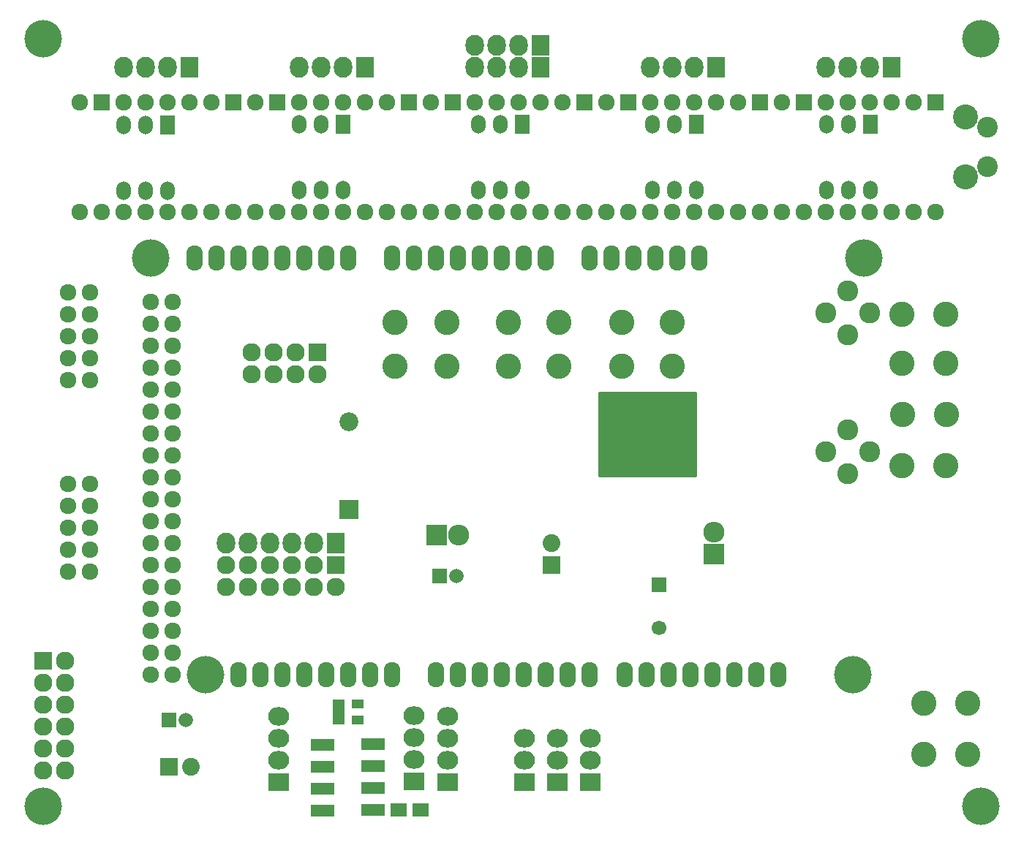
<source format=gbr>
G04 #@! TF.FileFunction,Soldermask,Bot*
%FSLAX46Y46*%
G04 Gerber Fmt 4.6, Leading zero omitted, Abs format (unit mm)*
G04 Created by KiCad (PCBNEW 4.0.2-stable) date 4/3/2017 9:44:54 PM*
%MOMM*%
G01*
G04 APERTURE LIST*
%ADD10C,0.100000*%
%ADD11O,1.924000X2.940000*%
%ADD12C,4.337000*%
%ADD13C,1.924000*%
%ADD14R,1.924000X1.924000*%
%ADD15R,2.686000X1.416000*%
%ADD16C,2.940000*%
%ADD17R,2.432000X2.127200*%
%ADD18O,2.432000X2.127200*%
%ADD19R,2.127200X2.432000*%
%ADD20O,2.127200X2.432000*%
%ADD21C,2.400000*%
%ADD22C,2.900000*%
%ADD23R,2.127200X2.127200*%
%ADD24O,2.127200X2.127200*%
%ADD25C,2.432000*%
%ADD26O,1.670000X2.178000*%
%ADD27R,1.670000X2.178000*%
%ADD28R,1.700000X1.700000*%
%ADD29C,1.700000*%
%ADD30C,2.178000*%
%ADD31R,2.178000X2.178000*%
%ADD32R,2.432000X2.432000*%
%ADD33O,2.432000X2.432000*%
%ADD34R,2.051000X2.051000*%
%ADD35C,2.051000*%
%ADD36R,1.670000X1.797000*%
%ADD37C,1.670000*%
%ADD38R,1.900000X1.650000*%
%ADD39R,1.460000X1.050000*%
%ADD40C,0.254000*%
G04 APERTURE END LIST*
D10*
D11*
X148082000Y-124460000D03*
X145542000Y-124460000D03*
X143002000Y-124460000D03*
X140462000Y-124460000D03*
X137922000Y-124460000D03*
X135382000Y-124460000D03*
X132842000Y-124460000D03*
X130302000Y-124460000D03*
X125222000Y-76200000D03*
X127762000Y-76200000D03*
X130302000Y-76200000D03*
X132842000Y-76200000D03*
X143002000Y-76200000D03*
X148082000Y-76200000D03*
X150622000Y-76200000D03*
X140462000Y-76200000D03*
X137922000Y-76200000D03*
X135382000Y-76200000D03*
X153162000Y-76200000D03*
X155702000Y-76200000D03*
X158242000Y-76200000D03*
X165862000Y-76200000D03*
X163322000Y-76200000D03*
X160782000Y-76200000D03*
X170942000Y-76200000D03*
X173482000Y-76200000D03*
X176022000Y-76200000D03*
X181102000Y-76200000D03*
X183642000Y-76200000D03*
X153162000Y-124460000D03*
X155702000Y-124460000D03*
X158242000Y-124460000D03*
X160782000Y-124460000D03*
X163322000Y-124460000D03*
X165862000Y-124460000D03*
X168402000Y-124460000D03*
X170942000Y-124460000D03*
X175006000Y-124460000D03*
X177546000Y-124460000D03*
X180086000Y-124460000D03*
X182626000Y-124460000D03*
X185166000Y-124460000D03*
X187706000Y-124460000D03*
X190246000Y-124460000D03*
X192786000Y-124460000D03*
X178562000Y-76200000D03*
D12*
X120142000Y-76200000D03*
X126492000Y-124460000D03*
X201422000Y-124460000D03*
X202692000Y-76200000D03*
D13*
X122682000Y-121920000D03*
X120142000Y-121920000D03*
X122682000Y-119380000D03*
X120142000Y-119380000D03*
X122682000Y-116840000D03*
X120142000Y-116840000D03*
X122682000Y-114300000D03*
X120142000Y-114300000D03*
X122682000Y-124460000D03*
X120142000Y-124460000D03*
X120142000Y-111760000D03*
X122682000Y-111760000D03*
X122682000Y-109220000D03*
X120142000Y-109220000D03*
X122682000Y-106680000D03*
X120142000Y-106680000D03*
X122682000Y-104140000D03*
X120142000Y-104140000D03*
X122682000Y-101600000D03*
X120142000Y-101600000D03*
X122682000Y-99060000D03*
X120142000Y-99060000D03*
X122682000Y-96520000D03*
X120142000Y-96520000D03*
X122682000Y-93980000D03*
X120142000Y-93980000D03*
X122682000Y-91440000D03*
X120142000Y-91440000D03*
X122682000Y-88900000D03*
X120142000Y-88900000D03*
X122682000Y-86360000D03*
X120142000Y-86360000D03*
X122682000Y-83820000D03*
X120142000Y-83820000D03*
X122682000Y-81280000D03*
X120142000Y-81280000D03*
D14*
X150050500Y-58166000D03*
D13*
X147510500Y-58166000D03*
X144970500Y-58166000D03*
X142430500Y-58166000D03*
X139890500Y-58166000D03*
X137350500Y-58166000D03*
D14*
X134810500Y-58166000D03*
D13*
X132270500Y-58166000D03*
X132270500Y-70866000D03*
X134810500Y-70866000D03*
X137350500Y-70866000D03*
X139890500Y-70866000D03*
X142430500Y-70866000D03*
X144970500Y-70866000D03*
X147510500Y-70866000D03*
X150050500Y-70866000D03*
D15*
X145846800Y-132537200D03*
X140030200Y-132562600D03*
X145846800Y-135077200D03*
X140030200Y-135102600D03*
X145846800Y-137617200D03*
X140030200Y-137642600D03*
X145846800Y-140157200D03*
X140030200Y-140182600D03*
D16*
X174671091Y-83705444D03*
X174671091Y-88785444D03*
D14*
X170370500Y-58166000D03*
D13*
X167830500Y-58166000D03*
X165290500Y-58166000D03*
X162750500Y-58166000D03*
X160210500Y-58166000D03*
X157670500Y-58166000D03*
D14*
X155130500Y-58166000D03*
D13*
X152590500Y-58166000D03*
X152590500Y-70866000D03*
X155130500Y-70866000D03*
X157670500Y-70866000D03*
X160210500Y-70866000D03*
X162750500Y-70866000D03*
X165290500Y-70866000D03*
X167830500Y-70866000D03*
X170370500Y-70866000D03*
D14*
X211010500Y-58166000D03*
D13*
X208470500Y-58166000D03*
X205930500Y-58166000D03*
X203390500Y-58166000D03*
X200850500Y-58166000D03*
X198310500Y-58166000D03*
D14*
X195770500Y-58166000D03*
D13*
X193230500Y-58166000D03*
X193230500Y-70866000D03*
X195770500Y-70866000D03*
X198310500Y-70866000D03*
X200850500Y-70866000D03*
X203390500Y-70866000D03*
X205930500Y-70866000D03*
X208470500Y-70866000D03*
X211010500Y-70866000D03*
D16*
X207060800Y-82753200D03*
X212140800Y-82753200D03*
X207086200Y-88417400D03*
X212166200Y-88417400D03*
X207162400Y-94310200D03*
X212242400Y-94310200D03*
D14*
X129730500Y-58166000D03*
D13*
X127190500Y-58166000D03*
X124650500Y-58166000D03*
X122110500Y-58166000D03*
X119570500Y-58166000D03*
X117030500Y-58166000D03*
D14*
X114490500Y-58166000D03*
D13*
X111950500Y-58166000D03*
X111950500Y-70866000D03*
X114490500Y-70866000D03*
X117030500Y-70866000D03*
X119570500Y-70866000D03*
X122110500Y-70866000D03*
X124650500Y-70866000D03*
X127190500Y-70866000D03*
X129730500Y-70866000D03*
D16*
X180513090Y-83705444D03*
X180513090Y-88785444D03*
D14*
X190690500Y-58166000D03*
D13*
X188150500Y-58166000D03*
X185610500Y-58166000D03*
X183070500Y-58166000D03*
X180530500Y-58166000D03*
X177990500Y-58166000D03*
D14*
X175450500Y-58166000D03*
D13*
X172910500Y-58166000D03*
X172910500Y-70866000D03*
X175450500Y-70866000D03*
X177990500Y-70866000D03*
X180530500Y-70866000D03*
X183070500Y-70866000D03*
X185610500Y-70866000D03*
X188150500Y-70866000D03*
X190690500Y-70866000D03*
D16*
X207137000Y-100253800D03*
X212217000Y-100253800D03*
D17*
X135001000Y-136906000D03*
D18*
X135001000Y-134366000D03*
X135001000Y-131826000D03*
X135001000Y-129286000D03*
D19*
X205930500Y-54102000D03*
D20*
X203390500Y-54102000D03*
X200850500Y-54102000D03*
X198310500Y-54102000D03*
D19*
X185610500Y-54102000D03*
D20*
X183070500Y-54102000D03*
X180530500Y-54102000D03*
X177990500Y-54102000D03*
D19*
X165303200Y-51562000D03*
D20*
X162763200Y-51562000D03*
X160223200Y-51562000D03*
X157683200Y-51562000D03*
D19*
X165303200Y-54102000D03*
D20*
X162763200Y-54102000D03*
X160223200Y-54102000D03*
X157683200Y-54102000D03*
D19*
X144970500Y-54102000D03*
D20*
X142430500Y-54102000D03*
X139890500Y-54102000D03*
X137350500Y-54102000D03*
D19*
X124650500Y-54102000D03*
D20*
X122110500Y-54102000D03*
X119570500Y-54102000D03*
X117030500Y-54102000D03*
D16*
X167386000Y-88773000D03*
X167386000Y-83693000D03*
X161544000Y-88773000D03*
X161544000Y-83693000D03*
D21*
X216969600Y-65593600D03*
X216969600Y-61093600D03*
D22*
X214469600Y-66843600D03*
X214469600Y-59843600D03*
D16*
X154432000Y-83693000D03*
X154432000Y-88773000D03*
X148463000Y-88773000D03*
X148463000Y-83693000D03*
D23*
X139446000Y-87096600D03*
D24*
X139446000Y-89636600D03*
X136906000Y-87096600D03*
X136906000Y-89636600D03*
X134366000Y-87096600D03*
X134366000Y-89636600D03*
X131826000Y-87096600D03*
X131826000Y-89636600D03*
D23*
X141605000Y-111760000D03*
D24*
X141605000Y-114300000D03*
X139065000Y-111760000D03*
X139065000Y-114300000D03*
X136525000Y-111760000D03*
X136525000Y-114300000D03*
X133985000Y-111760000D03*
X133985000Y-114300000D03*
X131445000Y-111760000D03*
X131445000Y-114300000D03*
X128905000Y-111760000D03*
X128905000Y-114300000D03*
D19*
X141605000Y-109220000D03*
D20*
X139065000Y-109220000D03*
X136525000Y-109220000D03*
X133985000Y-109220000D03*
X131445000Y-109220000D03*
X128905000Y-109220000D03*
D17*
X163449000Y-136906000D03*
D18*
X163449000Y-134366000D03*
X163449000Y-131826000D03*
D17*
X167259000Y-136906000D03*
D18*
X167259000Y-134366000D03*
X167259000Y-131826000D03*
D17*
X171069000Y-136906000D03*
D18*
X171069000Y-134366000D03*
X171069000Y-131826000D03*
D17*
X154559000Y-136906000D03*
D18*
X154559000Y-134366000D03*
X154559000Y-131826000D03*
X154559000Y-129286000D03*
D17*
X150622000Y-136842500D03*
D18*
X150622000Y-134302500D03*
X150622000Y-131762500D03*
X150622000Y-129222500D03*
D16*
X209677000Y-133680200D03*
X214757000Y-133680200D03*
X209677000Y-127812800D03*
X214757000Y-127812800D03*
D25*
X203352400Y-98679000D03*
X198272400Y-98679000D03*
X200812400Y-96139000D03*
X200812400Y-101219000D03*
X203352400Y-82575400D03*
X198272400Y-82575400D03*
X200812400Y-80035400D03*
X200812400Y-85115400D03*
D26*
X203479400Y-68351400D03*
D27*
X203479400Y-60731400D03*
D26*
X200939400Y-68351400D03*
X200939400Y-60731400D03*
X198399400Y-68351400D03*
X198399400Y-60731400D03*
X183286400Y-68376800D03*
D27*
X183286400Y-60756800D03*
D26*
X180746400Y-68376800D03*
X180746400Y-60756800D03*
X178206400Y-68376800D03*
X178206400Y-60756800D03*
X163195000Y-68326000D03*
D27*
X163195000Y-60706000D03*
D26*
X160655000Y-68326000D03*
X160655000Y-60706000D03*
X158115000Y-68326000D03*
X158115000Y-60706000D03*
X142392400Y-68376800D03*
D27*
X142392400Y-60756800D03*
D26*
X139852400Y-68376800D03*
X139852400Y-60756800D03*
X137312400Y-68376800D03*
X137312400Y-60756800D03*
X122097800Y-68427600D03*
D27*
X122097800Y-60807600D03*
D26*
X119557800Y-68427600D03*
X119557800Y-60807600D03*
X117017800Y-68427600D03*
X117017800Y-60807600D03*
D12*
X107696000Y-50800000D03*
X216281000Y-50800000D03*
X107696000Y-139700000D03*
X216281000Y-139700000D03*
D28*
X179006500Y-114046000D03*
D29*
X179006500Y-119046000D03*
D30*
X143126460Y-95185980D03*
D31*
X143126460Y-105345980D03*
D32*
X185356500Y-110490000D03*
D33*
X185356500Y-107950000D03*
D23*
X107721400Y-122834400D03*
D24*
X110261400Y-122834400D03*
X107721400Y-125374400D03*
X110261400Y-125374400D03*
X107721400Y-127914400D03*
X110261400Y-127914400D03*
X107721400Y-130454400D03*
X110261400Y-130454400D03*
X107721400Y-132994400D03*
X110261400Y-132994400D03*
X107721400Y-135534400D03*
X110261400Y-135534400D03*
D34*
X122286600Y-135162800D03*
D35*
X124786600Y-135162800D03*
D36*
X122232600Y-129727200D03*
D37*
X124232600Y-129727200D03*
D36*
X153550800Y-113064800D03*
D37*
X155550800Y-113064800D03*
D32*
X153263600Y-108280200D03*
D33*
X155803600Y-108280200D03*
D38*
X148889400Y-140157200D03*
X151389400Y-140157200D03*
D39*
X141876600Y-129728000D03*
X141876600Y-128778000D03*
X141876600Y-127828000D03*
X144076600Y-127828000D03*
X144076600Y-129728000D03*
D34*
X166531800Y-111774400D03*
D35*
X166531800Y-109274400D03*
D13*
X110591600Y-112547400D03*
X110591600Y-110007400D03*
X110591600Y-107467400D03*
X110591600Y-104927400D03*
X110591600Y-102387400D03*
X113131600Y-102387400D03*
X113131600Y-104927400D03*
X113131600Y-107467400D03*
X113131600Y-110007400D03*
X113131600Y-112547400D03*
X110566200Y-90322400D03*
X110566200Y-87782400D03*
X110566200Y-85242400D03*
X110566200Y-82702400D03*
X110566200Y-80162400D03*
X113106200Y-80162400D03*
X113106200Y-82702400D03*
X113106200Y-85242400D03*
X113106200Y-87782400D03*
X113106200Y-90322400D03*
D40*
G36*
X183210200Y-101473000D02*
X172085000Y-101473000D01*
X172085000Y-91795600D01*
X183210200Y-91795600D01*
X183210200Y-101473000D01*
X183210200Y-101473000D01*
G37*
X183210200Y-101473000D02*
X172085000Y-101473000D01*
X172085000Y-91795600D01*
X183210200Y-91795600D01*
X183210200Y-101473000D01*
M02*

</source>
